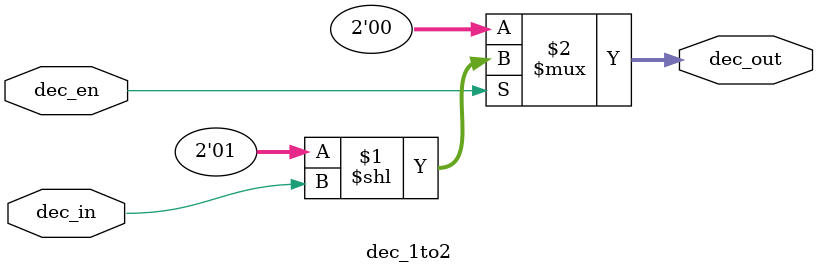
<source format=v>
/*
OpCode Decoder. Same OpCodes have been followed as the original i281.
Consists of one 4-16 decoder, two 2-4 decoders and one 1-2 decoder.

opcode_in [7:4] = decoder input
opcode_in [3:2] = RX
opcode_in [1:0] = RY
opcode_out [26:25] = RX
opcode_out [24:23] = RY
opcode_out [22:0] = one-hot encoded opcode

Specifications --
Inputs: opcode_in (8-bit), dec_en (1-bit)
Outputs: opcode_out (27-bit)
*/

module opcodedec (
    input wire [7:0] opcode_in,
    input wire dec_en,
    output wire [26:0] opcode_out
);

    wire y1, y12, y15;

    assign opcode_out [26:25] =  opcode_in [3:2]; // RX
    assign opcode_out [24:23] =  opcode_in [1:0]; // RY

    dec_4to16 decoder1 (
        .dec_in (opcode_in [7:4]),
        .dec_en (dec_en),
        .dec_out ({y15, opcode_out [18:17], y12, opcode_out [14:5], y1, opcode_out [0]})
    );
    dec_2to4 decoder2 (
        .dec_in (opcode_in [1:0]),
        .dec_en (y1),
        .dec_out (opcode_out [4:1])
    );
    dec_1to2 decoder3 (
        .dec_in (opcode_in [0]),
        .dec_en (y12),
        .dec_out (opcode_out [16:15])
    );
    dec_2to4 decoder4 (
        .dec_in (opcode_in [1:0]),
        .dec_en (y15),
        .dec_out (opcode_out [22:19])
    );

endmodule

/*
4 to 16 decoder. Specifications --
Inputs: dec_in (4-bit), dec_en (1-bit)
Outputs: dec_out (16-bit)
*/
module dec_4to16 (
    input wire [3:0] dec_in,
    input wire dec_en,
    output wire [15:0] dec_out
);
    assign dec_out = dec_en ? (16'b1 << dec_in) : 16'b0;
endmodule

/*
2 to 4 decoder. Specifications --
Inputs: dec_in (2-bit), dec_en (1-bit)
Outputs: dec_out (4-bit)
*/
module dec_2to4 (
    input wire [1:0] dec_in,
    input wire dec_en,
    output wire [3:0] dec_out
);
    assign dec_out = dec_en ? (4'b1 << dec_in) : 4'b0;
endmodule

/*
1 to 2 decoder. Specifications --
Inputs: dec_in (1-bit), dec_en (1-bit)
Outputs: dec_out (2-bit)
*/
module dec_1to2 (
    input wire dec_in,
    input wire dec_en,
    output wire [1:0] dec_out
);
    assign dec_out = dec_en ? (2'b1 << dec_in) : 2'b0;
endmodule
</source>
